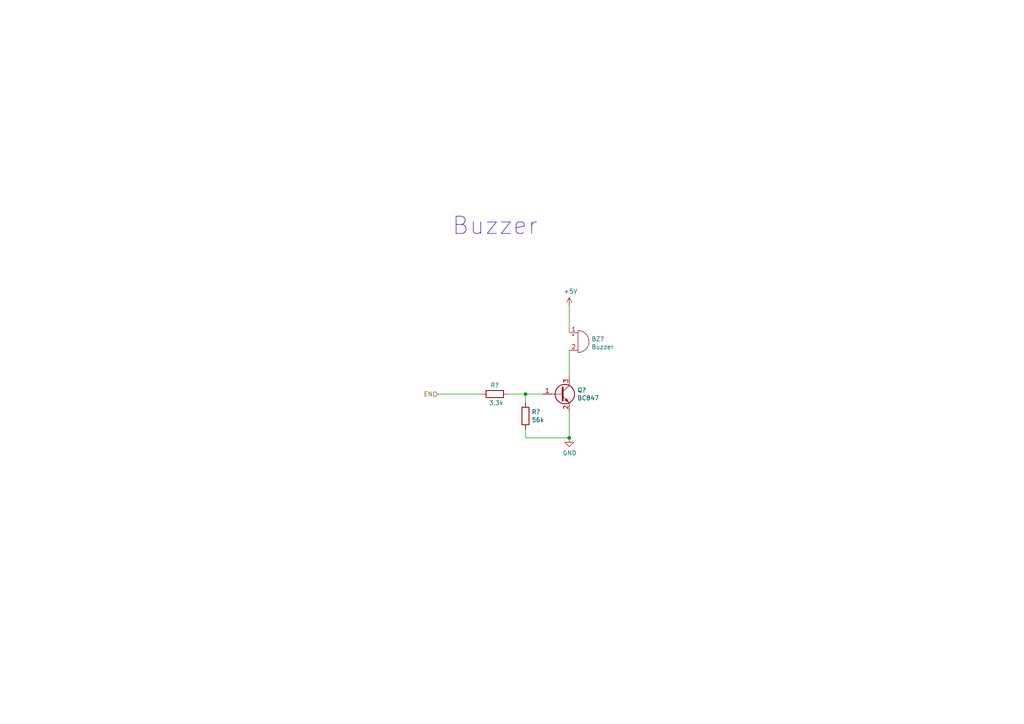
<source format=kicad_sch>
(kicad_sch (version 20250114) (generator "eeschema") (generator_version "9.0")
  (paper "A4")
  (title_block (title "Furnace controller") (date "2026-01-08") (rev "1.1") (company "Yuri Volkov"))
  (lib_symbols
    (symbol "Device:Buzzer" (pin_names (offset 0.0254) (hide yes))
      (property "Reference" "BZ" (at 3.81 1.27 0))
      (property "Value" "Buzzer" (at 3.81 -1.27 0))
      (symbol "Buzzer_0_1"
        (polyline (pts (xy -1.651 1.905) (xy -1.143 1.905)))
        (polyline (pts (xy -1.397 2.159) (xy -1.397 1.651)))
        (arc (start 0 3.175) (mid 3.1612 0) (end 0 -3.175))
        (polyline (pts (xy 0 3.175) (xy 0 -3.175)))
      )
      (symbol "Buzzer_1_1"
        (pin passive line (at -2.54 2.54 0) (length 2.54) (name "+") (number "1"))
        (pin passive line (at -2.54 -2.54 0) (length 2.54) (name "-") (number "2"))
      )
    )
    (symbol "Device:R" (pin_numbers (hide yes)) (pin_names (offset 0))
      (property "Reference" "R" (at 2.032 0 90))
      (property "Value" "R" (at 0 0 90))
      (symbol "R_0_1"
        (rectangle (start -1.016 -2.54) (end 1.016 2.54) (stroke (width 0.254)))
      )
      (symbol "R_1_1"
        (pin passive line (at 0 3.81 270) (length 1.27) (name "~") (number "1"))
        (pin passive line (at 0 -3.81 90) (length 1.27) (name "~") (number "2"))
      )
    )
    (symbol "Transistor_BJT:BC847" (pin_names (offset 0) (hide yes))
      (property "Reference" "Q" (at 5.08 1.905 0))
      (property "Value" "BC847" (at 5.08 0 0))
      (symbol "BC847_0_1"
        (polyline (pts (xy -2.54 0) (xy 0.635 0)))
        (polyline (pts (xy 0.635 1.905) (xy 0.635 -1.905)) (stroke (width 0.508)))
        (circle (center 1.27 0) (radius 2.8194) (stroke (width 0.254)))
      )
      (symbol "BC847_1_1"
        (polyline (pts (xy 0.635 0.635) (xy 2.54 2.54)))
        (polyline (pts (xy 0.635 -0.635) (xy 2.54 -2.54)))
        (polyline (pts (xy 1.27 -1.778) (xy 1.778 -1.27) (xy 2.286 -2.286) (xy 1.27 -1.778)) (fill (type outline)))
        (pin input line (at -5.08 0 0) (length 2.54) (name "B") (number "1"))
        (pin passive line (at 2.54 5.08 270) (length 2.54) (name "C") (number "3"))
        (pin passive line (at 2.54 -5.08 90) (length 2.54) (name "E") (number "2"))
      )
    )
    (symbol "power:+5V" (power) (pin_numbers (hide yes)) (pin_names (offset 0) (hide yes))
      (property "Value" "+5V" (at 0 3.556 0))
      (symbol "+5V_0_1"
        (polyline (pts (xy -0.762 1.27) (xy 0 2.54)))
        (polyline (pts (xy 0 2.54) (xy 0.762 1.27)))
        (polyline (pts (xy 0 0) (xy 0 2.54)))
      )
      (symbol "+5V_1_1"
        (pin power_in line (at 0 0 90) (length 0) (name "~") (number "1"))
      )
    )
    (symbol "power:GND" (power) (pin_numbers (hide yes)) (pin_names (offset 0) (hide yes))
      (property "Value" "GND" (at 0 -3.81 0))
      (symbol "GND_0_1"
        (polyline (pts (xy 0 0) (xy 0 -1.27) (xy 1.27 -1.27) (xy 0 -2.54) (xy -1.27 -1.27) (xy 0 -1.27)))
      )
      (symbol "GND_1_1"
        (pin power_in line (at 0 0 270) (length 0) (name "~") (number "1"))
      )
    )
  )
  (text "Buzzer" (at 156.21 68.58 0) (effects (font (size 5.0038 5.0038)) (justify right bottom)))
  (junction (at 152.4 114.3))
  (junction (at 165.1 127))
  (wire (pts (xy 139.7 114.3) (xy 127 114.3)))
  (wire (pts (xy 152.4 127) (xy 165.1 127)))
  (wire (pts (xy 165.1 101.6) (xy 165.1 109.22)))
  (wire (pts (xy 152.4 116.84) (xy 152.4 114.3)))
  (wire (pts (xy 152.4 124.46) (xy 152.4 127)))
  (wire (pts (xy 152.4 114.3) (xy 157.48 114.3)))
  (wire (pts (xy 165.1 119.38) (xy 165.1 127)))
  (wire (pts (xy 165.1 88.9) (xy 165.1 96.52)))
  (wire (pts (xy 147.32 114.3) (xy 152.4 114.3)))
  (hierarchical_label "EN" (shape input) (at 127 114.3 180))
  (symbol (lib_id "Device:Buzzer") (at 167.64 99.06 0) (unit 1)
    (property "Reference" "BZ1" (at 171.5008 98.3234 0) (effects (justify left)))
    (property "Value" "Buzzer" (at 171.5008 100.6348 0) (effects (justify left)))
    (property "Footprint" "Buzzer_Beeper:Buzzer_12x9.5RM7.6" (effects (hide yes)))
    (instances (project "" (path "" (reference "BZ?") (unit 1)) (path "" (reference "BZ1") (unit 1))))
  )
  (symbol (lib_id "Transistor_BJT:BC847") (at 162.56 114.3 0) (unit 1)
    (property "Reference" "Q6" (at 167.4114 113.1316 0) (effects (justify left)))
    (property "Value" "BC847" (at 167.4114 115.443 0) (effects (justify left)))
    (property "Footprint" "Package_TO_SOT_SMD:SOT-23" (effects (hide yes)))
    (property "Datasheet" "http://www.infineon.com/dgdl/Infineon-BC847SERIES_BC848SERIES_BC849SERIES_BC850SERIES-DS-v01_01-en.pdf?fileId=db3a304314dca389011541d4630a1657" (effects (hide yes)))
    (instances (project "" (path "" (reference "Q?") (unit 1)) (path "" (reference "Q6") (unit 1))))
  )
  (symbol (lib_id "Device:R") (at 152.4 120.65 0) (unit 1)
    (property "Reference" "R43" (at 154.178 119.4816 0) (effects (justify left)))
    (property "Value" "56k" (at 154.178 121.793 0) (effects (justify left)))
    (property "Footprint" "Resistor_SMD:R_0603_1608Metric_Pad0.98x0.95mm_HandSolder" (effects (hide yes)))
    (instances (project "" (path "" (reference "R?") (unit 1)) (path "" (reference "R43") (unit 1))))
  )
  (symbol (lib_id "power:GND") (at 165.1 127 0) (unit 1)
    (property "Reference" "#PWR038" (effects (hide yes)))
    (property "Value" "GND" (at 165.227 131.3942 0))
    (instances (project "" (path "" (reference "#PWR?") (unit 1)) (path "" (reference "#PWR038") (unit 1))))
  )
  (symbol (lib_id "Device:R") (at 143.51 114.3 90) (unit 1)
    (property "Reference" "R42" (at 144.78 111.76 90) (effects (justify left)))
    (property "Value" "3,3k" (at 146.05 116.84 90) (effects (justify left)))
    (property "Footprint" "Resistor_SMD:R_0603_1608Metric_Pad0.98x0.95mm_HandSolder" (effects (hide yes)))
    (instances (project "" (path "" (reference "R?") (unit 1)) (path "" (reference "R42") (unit 1))))
  )
  (symbol (lib_id "power:+5V") (at 165.1 88.9 0) (unit 1)
    (property "Reference" "#PWR037" (effects (hide yes)))
    (property "Value" "+5V" (at 165.481 84.5058 0))
    (instances (project "" (path "" (reference "#PWR?") (unit 1)) (path "" (reference "#PWR037") (unit 1))))
  )
)
</source>
